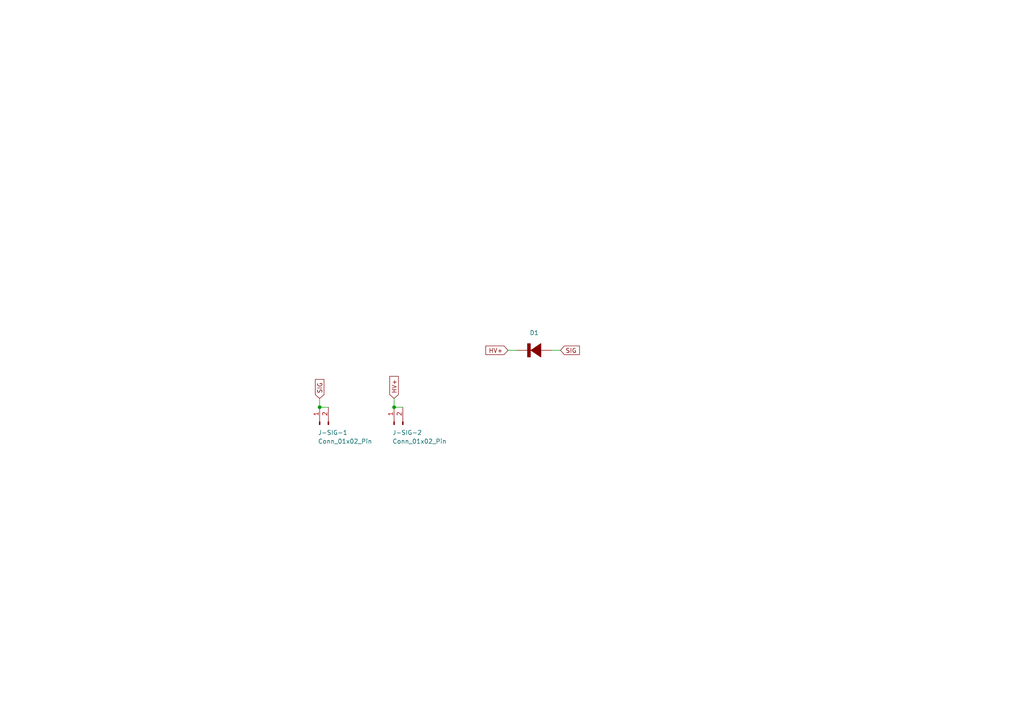
<source format=kicad_sch>
(kicad_sch (version 20231120) (generator "eeschema") (generator_version "8.0")
  (paper "A4")
  (lib_symbols
    (symbol "Connector:Conn_01x02_Pin" (pin_names (offset 1.016) hide)
      (property "Reference" "J" (at 0 2.54 0))
      (property "Value" "Conn_01x02_Pin" (at 0 -5.08 0))
      (symbol "Conn_01x02_Pin_1_1"
        (polyline (pts (xy 1.27 -2.54) (xy 0.8636 -2.54)) (stroke (width 0.1524)))
        (polyline (pts (xy 1.27 0) (xy 0.8636 0)) (stroke (width 0.1524)))
        (rectangle (start 0.8636 -2.413) (end 0 -2.667) (stroke (width 0.1524)) (fill (type outline)))
        (rectangle (start 0.8636 0.127) (end 0 -0.127) (stroke (width 0.1524)) (fill (type outline)))
        (pin passive line (at 5.08 0 180) (length 3.81) (name "Pin_1") (number "1"))
        (pin passive line (at 5.08 -2.54 180) (length 3.81) (name "Pin_2") (number "2"))
      )
    )
    (symbol "PCM_Elektuur:D" (pin_numbers hide) (pin_names (offset 0) hide)
      (property "Reference" "D" (at 0.635 3.175 0))
      (property "Value" "${SIM.PARAMS}" (at 0.635 -3.175 0))
      (symbol "D_1_0"
        (pin passive line (at 0 -5.08 90) (length 3.175) (name "K-") (number "1"))
        (pin passive line (at 0 5.08 270) (length 3.175) (name "A+") (number "2"))
      )
      (symbol "D_1_1"
        (polyline (pts (xy -1.905 -1.905) (xy 1.905 -1.905) (xy 1.905 -1.143) (xy 0 -1.143) (xy 0 -0.889) (xy 1.905 1.905) (xy -1.905 1.905) (xy 0 -0.889) (xy 0 -1.143) (xy -1.905 -1.143) (xy -1.905 -1.905)) (stroke (width 0.254)) (fill (type outline)))
      )
      (symbol "D_1_2"
        (polyline (pts (xy -0.127 -1.905) (xy 1.905 -1.905) (xy 1.905 -1.143) (xy 0 -1.143) (xy 0 -0.889) (xy 1.905 1.905) (xy -0.0254 1.905) (xy -0.9652 0.5334) (xy 0 -0.889) (xy 0 -1.143) (xy -0.127 -1.143) (xy -0.127 -1.905)) (stroke (width 0.254)) (fill (type outline)))
      )
    )
  )
  (junction (at 92.71 118.11))
  (junction (at 114.3 118.11))
  (wire (pts (xy 160.02 101.6) (xy 162.56 101.6)))
  (wire (pts (xy 147.32 101.6) (xy 149.86 101.6)))
  (wire (pts (xy 114.3 115.57) (xy 114.3 118.11)))
  (wire (pts (xy 114.3 118.11) (xy 116.84 118.11)))
  (wire (pts (xy 92.71 115.57) (xy 92.71 118.11)))
  (wire (pts (xy 92.71 118.11) (xy 95.25 118.11)))
  (global_label "HV+" (shape input) (at 114.3 115.57 90) (property "Intersheetrefs" "${INTERSHEET_REFS}" (effects (hide yes))))
  (global_label "SIG" (shape input) (at 162.56 101.6 0) (property "Intersheetrefs" "${INTERSHEET_REFS}" (effects (hide yes))))
  (global_label "HV+" (shape input) (at 147.32 101.6 180) (property "Intersheetrefs" "${INTERSHEET_REFS}" (effects (hide yes))))
  (global_label "SIG" (shape input) (at 92.71 115.57 90) (property "Intersheetrefs" "${INTERSHEET_REFS}" (effects (hide yes))))
  (symbol (lib_id "PCM_Elektuur:D") (at 154.94 101.6 270) (unit 1)
    (property "Reference" "D1" (at 154.94 96.52 90))
    (property "Value" "${SIM.PARAMS}" (at 154.94 97.79 90))
    (property "Footprint" "SiPM-FBK:ASD-RGB4S-P-40" (effects (hide yes)))
    (property "Description" "semiconductor diode" (effects (hide yes)))
    (property "Field-1" "type=\"\" model=\"D\" lib=\"semiconductor.lib\"" (effects (hide yes)))
    (property "Rating" "V/A" (effects (hide yes)))
  )
  (symbol (lib_id "Connector:Conn_01x02_Pin") (at 114.3 123.19 90) (unit 1)
    (property "Reference" "J-SIG-2" (at 113.792 125.476 90) (effects (justify right)))
    (property "Value" "Conn_01x02_Pin" (at 113.792 128.016 90) (effects (justify right)))
    (property "Footprint" "Connector_PinHeader_2.54mm:PinHeader_1x02_P2.54mm_Vertical" (effects (hide yes)))
    (property "Description" "Generic connector, single row, 01x02, script generated" (effects (hide yes)))
  )
  (symbol (lib_id "Connector:Conn_01x02_Pin") (at 92.71 123.19 90) (unit 1)
    (property "Reference" "J-SIG-1" (at 92.202 125.476 90) (effects (justify right)))
    (property "Value" "Conn_01x02_Pin" (at 92.202 128.016 90) (effects (justify right)))
    (property "Footprint" "Connector_PinHeader_2.54mm:PinHeader_1x02_P2.54mm_Vertical" (effects (hide yes)))
    (property "Description" "Generic connector, single row, 01x02, script generated" (effects (hide yes)))
  )
)
</source>
